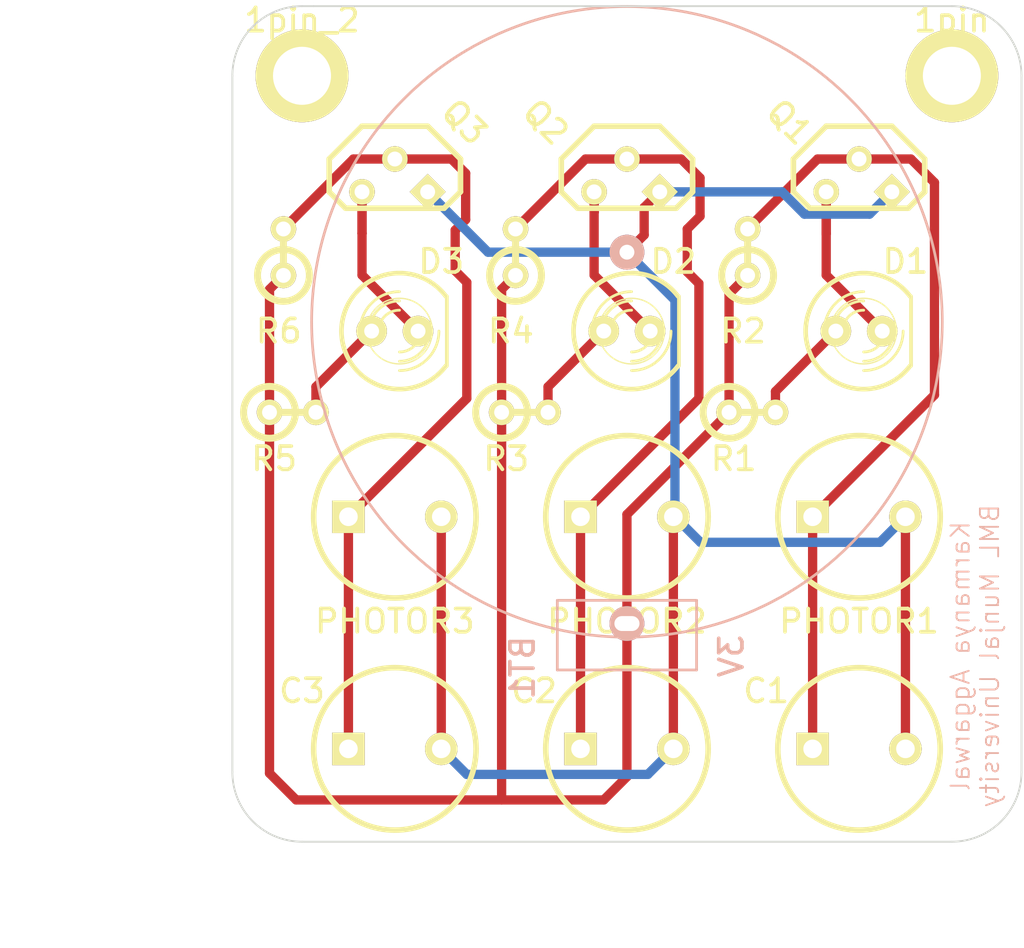
<source format=kicad_pcb>
(kicad_pcb (version 20171130) (host pcbnew "(5.1.12)-1")

  (general
    (thickness 1.6)
    (drawings 12)
    (tracks 90)
    (zones 0)
    (modules 21)
    (nets 12)
  )

  (page A3)
  (layers
    (0 F.Cu signal)
    (31 B.Cu signal)
    (32 B.Adhes user)
    (33 F.Adhes user)
    (34 B.Paste user)
    (35 F.Paste user)
    (36 B.SilkS user)
    (37 F.SilkS user)
    (38 B.Mask user)
    (39 F.Mask user)
    (40 Dwgs.User user)
    (41 Cmts.User user)
    (42 Eco1.User user)
    (43 Eco2.User user)
    (44 Edge.Cuts user)
  )

  (setup
    (last_trace_width 0.254)
    (trace_clearance 0.254)
    (zone_clearance 0.3)
    (zone_45_only no)
    (trace_min 0.254)
    (via_size 0.889)
    (via_drill 0.635)
    (via_min_size 0.889)
    (via_min_drill 0.508)
    (uvia_size 0.508)
    (uvia_drill 0.127)
    (uvias_allowed no)
    (uvia_min_size 0.508)
    (uvia_min_drill 0.127)
    (edge_width 0.1)
    (segment_width 0.2)
    (pcb_text_width 0.3)
    (pcb_text_size 1.5 1.5)
    (mod_edge_width 0.15)
    (mod_text_size 1.27 1.27)
    (mod_text_width 0.2032)
    (pad_size 5.08 5.08)
    (pad_drill 3.175)
    (pad_to_mask_clearance 0)
    (aux_axis_origin 0 0)
    (visible_elements 7FFFFFFF)
    (pcbplotparams
      (layerselection 0x00030_80000001)
      (usegerberextensions true)
      (usegerberattributes true)
      (usegerberadvancedattributes true)
      (creategerberjobfile true)
      (excludeedgelayer true)
      (linewidth 0.150000)
      (plotframeref false)
      (viasonmask false)
      (mode 1)
      (useauxorigin false)
      (hpglpennumber 1)
      (hpglpenspeed 20)
      (hpglpendiameter 15.000000)
      (psnegative false)
      (psa4output false)
      (plotreference true)
      (plotvalue true)
      (plotinvisibletext false)
      (padsonsilk false)
      (subtractmaskfromsilk false)
      (outputformat 1)
      (mirror false)
      (drillshape 1)
      (scaleselection 1)
      (outputdirectory ""))
  )

  (net 0 "")
  (net 1 3V)
  (net 2 GND)
  (net 3 N-000001)
  (net 4 N-0000010)
  (net 5 N-000002)
  (net 6 N-000003)
  (net 7 N-000004)
  (net 8 N-000005)
  (net 9 N-000006)
  (net 10 N-000007)
  (net 11 N-000009)

  (net_class Default "This is the default net class."
    (clearance 0.254)
    (trace_width 0.254)
    (via_dia 0.889)
    (via_drill 0.635)
    (uvia_dia 0.508)
    (uvia_drill 0.127)
  )

  (net_class 0.02 ""
    (clearance 0.254)
    (trace_width 0.508)
    (via_dia 0.889)
    (via_drill 0.635)
    (uvia_dia 0.508)
    (uvia_drill 0.127)
    (add_net 3V)
    (add_net GND)
    (add_net N-000001)
    (add_net N-0000010)
    (add_net N-000002)
    (add_net N-000003)
    (add_net N-000004)
    (add_net N-000005)
    (add_net N-000006)
    (add_net N-000007)
    (add_net N-000009)
  )

  (module Connect:1pin (layer F.Cu) (tedit 55D6C364) (tstamp 55D6DB50)
    (at 222.25 181.61)
    (descr "module 1 pin (ou trou mecanique de percage)")
    (tags DEV)
    (fp_text reference 1pin_2 (at 0 -3.048) (layer F.SilkS)
      (effects (font (size 1.27 1.27) (thickness 0.2032)))
    )
    (fp_text value VAL** (at 0 2.794) (layer F.SilkS) hide
      (effects (font (size 1.27 1.27) (thickness 0.2032)))
    )
    (fp_circle (center 0 0) (end 0 -2.286) (layer F.SilkS) (width 0.15))
    (pad 1 thru_hole circle (at 0 0) (size 5.08 5.08) (drill 3.175) (layers *.Cu *.Mask F.SilkS))
  )

  (module TO92-EBC-num (layer F.Cu) (tedit 55D6C509) (tstamp 55D60056)
    (at 252.73 187.96 315)
    (descr "Transistor TO92 brochage type BC237")
    (tags "TR TO92")
    (path /55D6A256)
    (fp_text reference Q1 (at -5.388154 0 315) (layer F.SilkS)
      (effects (font (size 1.27 1.27) (thickness 0.2032)))
    )
    (fp_text value PN2222A (at -0.508 -3.175 315) (layer F.SilkS) hide
      (effects (font (size 1.27 1.27) (thickness 0.2032)))
    )
    (fp_line (start -2.54 2.54) (end -1.27 2.54) (layer F.SilkS) (width 0.3048))
    (fp_line (start -3.81 1.27) (end -2.54 2.54) (layer F.SilkS) (width 0.3048))
    (fp_line (start -3.81 -1.27) (end -3.81 1.27) (layer F.SilkS) (width 0.3048))
    (fp_line (start -1.27 -3.81) (end -3.81 -1.27) (layer F.SilkS) (width 0.3048))
    (fp_line (start 1.27 -3.81) (end -1.27 -3.81) (layer F.SilkS) (width 0.3048))
    (fp_line (start 2.54 -2.54) (end 1.27 -3.81) (layer F.SilkS) (width 0.3048))
    (fp_line (start 2.54 -1.27) (end 2.54 -2.54) (layer F.SilkS) (width 0.3048))
    (fp_line (start -1.27 2.54) (end 2.54 -1.27) (layer F.SilkS) (width 0.3048))
    (pad 1 thru_hole rect (at 1.27 -1.27 315) (size 1.397 1.397) (drill 0.8128) (layers *.Cu *.Mask F.SilkS)
      (net 2 GND))
    (pad 2 thru_hole circle (at -1.27 -1.27 315) (size 1.397 1.397) (drill 0.8128) (layers *.Cu *.Mask F.SilkS)
      (net 3 N-000001))
    (pad 3 thru_hole circle (at -1.27 1.27 315) (size 1.397 1.397) (drill 0.8128) (layers *.Cu *.Mask F.SilkS)
      (net 5 N-000002))
    (model discret/to98.wrl
      (at (xyz 0 0 0))
      (scale (xyz 1 1 1))
      (rotate (xyz 0 0 0))
    )
  )

  (module TO92-EBC-num (layer F.Cu) (tedit 55D6C511) (tstamp 55D60065)
    (at 240.03 187.96 315)
    (descr "Transistor TO92 brochage type BC237")
    (tags "TR TO92")
    (path /55D6A272)
    (fp_text reference Q2 (at -5.837166 0.449013 315) (layer F.SilkS)
      (effects (font (size 1.27 1.27) (thickness 0.2032)))
    )
    (fp_text value PN2222A (at -0.508 -3.175 315) (layer F.SilkS) hide
      (effects (font (size 1.27 1.27) (thickness 0.2032)))
    )
    (fp_line (start -2.54 2.54) (end -1.27 2.54) (layer F.SilkS) (width 0.3048))
    (fp_line (start -3.81 1.27) (end -2.54 2.54) (layer F.SilkS) (width 0.3048))
    (fp_line (start -3.81 -1.27) (end -3.81 1.27) (layer F.SilkS) (width 0.3048))
    (fp_line (start -1.27 -3.81) (end -3.81 -1.27) (layer F.SilkS) (width 0.3048))
    (fp_line (start 1.27 -3.81) (end -1.27 -3.81) (layer F.SilkS) (width 0.3048))
    (fp_line (start 2.54 -2.54) (end 1.27 -3.81) (layer F.SilkS) (width 0.3048))
    (fp_line (start 2.54 -1.27) (end 2.54 -2.54) (layer F.SilkS) (width 0.3048))
    (fp_line (start -1.27 2.54) (end 2.54 -1.27) (layer F.SilkS) (width 0.3048))
    (pad 1 thru_hole rect (at 1.27 -1.27 315) (size 1.397 1.397) (drill 0.8128) (layers *.Cu *.Mask F.SilkS)
      (net 2 GND))
    (pad 2 thru_hole circle (at -1.27 -1.27 315) (size 1.397 1.397) (drill 0.8128) (layers *.Cu *.Mask F.SilkS)
      (net 11 N-000009))
    (pad 3 thru_hole circle (at -1.27 1.27 315) (size 1.397 1.397) (drill 0.8128) (layers *.Cu *.Mask F.SilkS)
      (net 7 N-000004))
    (model discret/to98.wrl
      (at (xyz 0 0 0))
      (scale (xyz 1 1 1))
      (rotate (xyz 0 0 0))
    )
  )

  (module TO92-EBC-num (layer F.Cu) (tedit 55D6C516) (tstamp 55D60074)
    (at 227.33 187.96 315)
    (descr "Transistor TO92 brochage type BC237")
    (tags "TR TO92")
    (path /55D5E943)
    (fp_text reference Q3 (at 0 -5.388154 315) (layer F.SilkS)
      (effects (font (size 1.27 1.27) (thickness 0.2032)))
    )
    (fp_text value PN2222A (at -0.508 -3.175 315) (layer F.SilkS) hide
      (effects (font (size 1.27 1.27) (thickness 0.2032)))
    )
    (fp_line (start -2.54 2.54) (end -1.27 2.54) (layer F.SilkS) (width 0.3048))
    (fp_line (start -3.81 1.27) (end -2.54 2.54) (layer F.SilkS) (width 0.3048))
    (fp_line (start -3.81 -1.27) (end -3.81 1.27) (layer F.SilkS) (width 0.3048))
    (fp_line (start -1.27 -3.81) (end -3.81 -1.27) (layer F.SilkS) (width 0.3048))
    (fp_line (start 1.27 -3.81) (end -1.27 -3.81) (layer F.SilkS) (width 0.3048))
    (fp_line (start 2.54 -2.54) (end 1.27 -3.81) (layer F.SilkS) (width 0.3048))
    (fp_line (start 2.54 -1.27) (end 2.54 -2.54) (layer F.SilkS) (width 0.3048))
    (fp_line (start -1.27 2.54) (end 2.54 -1.27) (layer F.SilkS) (width 0.3048))
    (pad 1 thru_hole rect (at 1.27 -1.27 315) (size 1.397 1.397) (drill 0.8128) (layers *.Cu *.Mask F.SilkS)
      (net 2 GND))
    (pad 2 thru_hole circle (at -1.27 -1.27 315) (size 1.397 1.397) (drill 0.8128) (layers *.Cu *.Mask F.SilkS)
      (net 9 N-000006))
    (pad 3 thru_hole circle (at -1.27 1.27 315) (size 1.397 1.397) (drill 0.8128) (layers *.Cu *.Mask F.SilkS)
      (net 8 N-000005))
    (model discret/to98.wrl
      (at (xyz 0 0 0))
      (scale (xyz 1 1 1))
      (rotate (xyz 0 0 0))
    )
  )

  (module R1 (layer F.Cu) (tedit 200000) (tstamp 55D6007C)
    (at 221.742 200.025)
    (descr "Resistance verticale")
    (tags R)
    (path /55D5B123)
    (autoplace_cost90 10)
    (autoplace_cost180 10)
    (fp_text reference R5 (at -1.016 2.54) (layer F.SilkS)
      (effects (font (size 1.27 1.27) (thickness 0.2032)))
    )
    (fp_text value 330 (at -1.143 2.54) (layer F.SilkS) hide
      (effects (font (size 1.27 1.27) (thickness 0.2032)))
    )
    (fp_circle (center -1.27 0) (end -0.635 1.27) (layer F.SilkS) (width 0.381))
    (fp_line (start -1.27 0) (end 1.27 0) (layer F.SilkS) (width 0.381))
    (pad 1 thru_hole circle (at -1.27 0) (size 1.397 1.397) (drill 0.8128) (layers *.Cu *.Mask F.SilkS)
      (net 1 3V))
    (pad 2 thru_hole circle (at 1.27 0) (size 1.397 1.397) (drill 0.8128) (layers *.Cu *.Mask F.SilkS)
      (net 10 N-000007))
    (model discret/verti_resistor.wrl
      (at (xyz 0 0 0))
      (scale (xyz 1 1 1))
      (rotate (xyz 0 0 0))
    )
  )

  (module R1 (layer F.Cu) (tedit 55D6C4F4) (tstamp 55D60084)
    (at 246.634 191.262 90)
    (descr "Resistance verticale")
    (tags R)
    (path /55D5B808)
    (autoplace_cost90 10)
    (autoplace_cost180 10)
    (fp_text reference R2 (at -4.318 -0.254 180) (layer F.SilkS)
      (effects (font (size 1.27 1.27) (thickness 0.2032)))
    )
    (fp_text value 100k (at -1.143 2.54 90) (layer F.SilkS) hide
      (effects (font (size 1.27 1.27) (thickness 0.2032)))
    )
    (fp_circle (center -1.27 0) (end -0.635 1.27) (layer F.SilkS) (width 0.381))
    (fp_line (start -1.27 0) (end 1.27 0) (layer F.SilkS) (width 0.381))
    (pad 1 thru_hole circle (at -1.27 0 90) (size 1.397 1.397) (drill 0.8128) (layers *.Cu *.Mask F.SilkS)
      (net 1 3V))
    (pad 2 thru_hole circle (at 1.27 0 90) (size 1.397 1.397) (drill 0.8128) (layers *.Cu *.Mask F.SilkS)
      (net 3 N-000001))
    (model discret/verti_resistor.wrl
      (at (xyz 0 0 0))
      (scale (xyz 1 1 1))
      (rotate (xyz 0 0 0))
    )
  )

  (module R1 (layer F.Cu) (tedit 200000) (tstamp 55D6008C)
    (at 246.888 200.025)
    (descr "Resistance verticale")
    (tags R)
    (path /55D5B802)
    (autoplace_cost90 10)
    (autoplace_cost180 10)
    (fp_text reference R1 (at -1.016 2.54) (layer F.SilkS)
      (effects (font (size 1.27 1.27) (thickness 0.2032)))
    )
    (fp_text value 330 (at -1.143 2.54) (layer F.SilkS) hide
      (effects (font (size 1.27 1.27) (thickness 0.2032)))
    )
    (fp_circle (center -1.27 0) (end -0.635 1.27) (layer F.SilkS) (width 0.381))
    (fp_line (start -1.27 0) (end 1.27 0) (layer F.SilkS) (width 0.381))
    (pad 1 thru_hole circle (at -1.27 0) (size 1.397 1.397) (drill 0.8128) (layers *.Cu *.Mask F.SilkS)
      (net 1 3V))
    (pad 2 thru_hole circle (at 1.27 0) (size 1.397 1.397) (drill 0.8128) (layers *.Cu *.Mask F.SilkS)
      (net 6 N-000003))
    (model discret/verti_resistor.wrl
      (at (xyz 0 0 0))
      (scale (xyz 1 1 1))
      (rotate (xyz 0 0 0))
    )
  )

  (module R1 (layer F.Cu) (tedit 55D6C4EF) (tstamp 55D60094)
    (at 233.934 191.262 90)
    (descr "Resistance verticale")
    (tags R)
    (path /55D5B7D7)
    (autoplace_cost90 10)
    (autoplace_cost180 10)
    (fp_text reference R4 (at -4.318 -0.254 180) (layer F.SilkS)
      (effects (font (size 1.27 1.27) (thickness 0.2032)))
    )
    (fp_text value 100k (at -1.143 2.54 90) (layer F.SilkS) hide
      (effects (font (size 1.27 1.27) (thickness 0.2032)))
    )
    (fp_circle (center -1.27 0) (end -0.635 1.27) (layer F.SilkS) (width 0.381))
    (fp_line (start -1.27 0) (end 1.27 0) (layer F.SilkS) (width 0.381))
    (pad 1 thru_hole circle (at -1.27 0 90) (size 1.397 1.397) (drill 0.8128) (layers *.Cu *.Mask F.SilkS)
      (net 1 3V))
    (pad 2 thru_hole circle (at 1.27 0 90) (size 1.397 1.397) (drill 0.8128) (layers *.Cu *.Mask F.SilkS)
      (net 11 N-000009))
    (model discret/verti_resistor.wrl
      (at (xyz 0 0 0))
      (scale (xyz 1 1 1))
      (rotate (xyz 0 0 0))
    )
  )

  (module R1 (layer F.Cu) (tedit 200000) (tstamp 55D6009C)
    (at 234.442 200.025)
    (descr "Resistance verticale")
    (tags R)
    (path /55D5B7D1)
    (autoplace_cost90 10)
    (autoplace_cost180 10)
    (fp_text reference R3 (at -1.016 2.54) (layer F.SilkS)
      (effects (font (size 1.27 1.27) (thickness 0.2032)))
    )
    (fp_text value 330 (at -1.143 2.54) (layer F.SilkS) hide
      (effects (font (size 1.27 1.27) (thickness 0.2032)))
    )
    (fp_circle (center -1.27 0) (end -0.635 1.27) (layer F.SilkS) (width 0.381))
    (fp_line (start -1.27 0) (end 1.27 0) (layer F.SilkS) (width 0.381))
    (pad 1 thru_hole circle (at -1.27 0) (size 1.397 1.397) (drill 0.8128) (layers *.Cu *.Mask F.SilkS)
      (net 1 3V))
    (pad 2 thru_hole circle (at 1.27 0) (size 1.397 1.397) (drill 0.8128) (layers *.Cu *.Mask F.SilkS)
      (net 4 N-0000010))
    (model discret/verti_resistor.wrl
      (at (xyz 0 0 0))
      (scale (xyz 1 1 1))
      (rotate (xyz 0 0 0))
    )
  )

  (module R1 (layer F.Cu) (tedit 55D6C4EB) (tstamp 55D600A4)
    (at 221.234 191.262 90)
    (descr "Resistance verticale")
    (tags R)
    (path /55D5B132)
    (autoplace_cost90 10)
    (autoplace_cost180 10)
    (fp_text reference R6 (at -4.318 -0.254 180) (layer F.SilkS)
      (effects (font (size 1.27 1.27) (thickness 0.2032)))
    )
    (fp_text value 100k (at -1.143 2.54 90) (layer F.SilkS) hide
      (effects (font (size 1.27 1.27) (thickness 0.2032)))
    )
    (fp_circle (center -1.27 0) (end -0.635 1.27) (layer F.SilkS) (width 0.381))
    (fp_line (start -1.27 0) (end 1.27 0) (layer F.SilkS) (width 0.381))
    (pad 1 thru_hole circle (at -1.27 0 90) (size 1.397 1.397) (drill 0.8128) (layers *.Cu *.Mask F.SilkS)
      (net 1 3V))
    (pad 2 thru_hole circle (at 1.27 0 90) (size 1.397 1.397) (drill 0.8128) (layers *.Cu *.Mask F.SilkS)
      (net 9 N-000006))
    (model discret/verti_resistor.wrl
      (at (xyz 0 0 0))
      (scale (xyz 1 1 1))
      (rotate (xyz 0 0 0))
    )
  )

  (module LED-5MM (layer F.Cu) (tedit 55D6C503) (tstamp 55D600B3)
    (at 240.03 195.58)
    (descr "LED 5mm - Lead pitch 100mil (2,54mm)")
    (tags "LED led 5mm 5MM 100mil 2,54mm")
    (path /55D5B7CB)
    (fp_text reference D2 (at 2.54 -3.81) (layer F.SilkS)
      (effects (font (size 1.27 1.27) (thickness 0.2032)))
    )
    (fp_text value LED (at 0 3.81) (layer F.SilkS) hide
      (effects (font (size 1.27 1.27) (thickness 0.2032)))
    )
    (fp_circle (center 0.254 0) (end -1.016 1.27) (layer F.SilkS) (width 0.0762))
    (fp_line (start 2.8448 1.905) (end 2.8448 -1.905) (layer F.SilkS) (width 0.2032))
    (fp_arc (start 0.254 0) (end 2.794 1.905) (angle 286.2) (layer F.SilkS) (width 0.254))
    (fp_arc (start 0.254 0) (end -0.889 0) (angle 90) (layer F.SilkS) (width 0.1524))
    (fp_arc (start 0.254 0) (end 1.397 0) (angle 90) (layer F.SilkS) (width 0.1524))
    (fp_arc (start 0.254 0) (end -1.397 0) (angle 90) (layer F.SilkS) (width 0.1524))
    (fp_arc (start 0.254 0) (end 1.905 0) (angle 90) (layer F.SilkS) (width 0.1524))
    (fp_arc (start 0.254 0) (end -1.905 0) (angle 90) (layer F.SilkS) (width 0.1524))
    (fp_arc (start 0.254 0) (end 2.413 0) (angle 90) (layer F.SilkS) (width 0.1524))
    (pad 1 thru_hole circle (at -1.27 0) (size 1.6764 1.6764) (drill 0.8128) (layers *.Cu *.Mask F.SilkS)
      (net 4 N-0000010))
    (pad 2 thru_hole circle (at 1.27 0) (size 1.6764 1.6764) (drill 0.8128) (layers *.Cu *.Mask F.SilkS)
      (net 7 N-000004))
    (model discret/leds/led5_vertical_verde.wrl
      (at (xyz 0 0 0))
      (scale (xyz 1 1 1))
      (rotate (xyz 0 0 0))
    )
  )

  (module LED-5MM (layer F.Cu) (tedit 55D6C506) (tstamp 55D600C2)
    (at 252.73 195.58)
    (descr "LED 5mm - Lead pitch 100mil (2,54mm)")
    (tags "LED led 5mm 5MM 100mil 2,54mm")
    (path /55D5B7FC)
    (fp_text reference D1 (at 2.54 -3.81) (layer F.SilkS)
      (effects (font (size 1.27 1.27) (thickness 0.2032)))
    )
    (fp_text value LED (at 0 3.81) (layer F.SilkS) hide
      (effects (font (size 1.27 1.27) (thickness 0.2032)))
    )
    (fp_circle (center 0.254 0) (end -1.016 1.27) (layer F.SilkS) (width 0.0762))
    (fp_line (start 2.8448 1.905) (end 2.8448 -1.905) (layer F.SilkS) (width 0.2032))
    (fp_arc (start 0.254 0) (end 2.794 1.905) (angle 286.2) (layer F.SilkS) (width 0.254))
    (fp_arc (start 0.254 0) (end -0.889 0) (angle 90) (layer F.SilkS) (width 0.1524))
    (fp_arc (start 0.254 0) (end 1.397 0) (angle 90) (layer F.SilkS) (width 0.1524))
    (fp_arc (start 0.254 0) (end -1.397 0) (angle 90) (layer F.SilkS) (width 0.1524))
    (fp_arc (start 0.254 0) (end 1.905 0) (angle 90) (layer F.SilkS) (width 0.1524))
    (fp_arc (start 0.254 0) (end -1.905 0) (angle 90) (layer F.SilkS) (width 0.1524))
    (fp_arc (start 0.254 0) (end 2.413 0) (angle 90) (layer F.SilkS) (width 0.1524))
    (pad 1 thru_hole circle (at -1.27 0) (size 1.6764 1.6764) (drill 0.8128) (layers *.Cu *.Mask F.SilkS)
      (net 6 N-000003))
    (pad 2 thru_hole circle (at 1.27 0) (size 1.6764 1.6764) (drill 0.8128) (layers *.Cu *.Mask F.SilkS)
      (net 5 N-000002))
    (model discret/leds/led5_vertical_verde.wrl
      (at (xyz 0 0 0))
      (scale (xyz 1 1 1))
      (rotate (xyz 0 0 0))
    )
  )

  (module LED-5MM (layer F.Cu) (tedit 55D6C4FA) (tstamp 55D600D1)
    (at 227.33 195.58)
    (descr "LED 5mm - Lead pitch 100mil (2,54mm)")
    (tags "LED led 5mm 5MM 100mil 2,54mm")
    (path /55D5B114)
    (fp_text reference D3 (at 2.54 -3.81) (layer F.SilkS)
      (effects (font (size 1.27 1.27) (thickness 0.2032)))
    )
    (fp_text value LED (at 0 3.81) (layer F.SilkS) hide
      (effects (font (size 1.27 1.27) (thickness 0.2032)))
    )
    (fp_circle (center 0.254 0) (end -1.016 1.27) (layer F.SilkS) (width 0.0762))
    (fp_line (start 2.8448 1.905) (end 2.8448 -1.905) (layer F.SilkS) (width 0.2032))
    (fp_arc (start 0.254 0) (end 2.794 1.905) (angle 286.2) (layer F.SilkS) (width 0.254))
    (fp_arc (start 0.254 0) (end -0.889 0) (angle 90) (layer F.SilkS) (width 0.1524))
    (fp_arc (start 0.254 0) (end 1.397 0) (angle 90) (layer F.SilkS) (width 0.1524))
    (fp_arc (start 0.254 0) (end -1.397 0) (angle 90) (layer F.SilkS) (width 0.1524))
    (fp_arc (start 0.254 0) (end 1.905 0) (angle 90) (layer F.SilkS) (width 0.1524))
    (fp_arc (start 0.254 0) (end -1.905 0) (angle 90) (layer F.SilkS) (width 0.1524))
    (fp_arc (start 0.254 0) (end 2.413 0) (angle 90) (layer F.SilkS) (width 0.1524))
    (pad 1 thru_hole circle (at -1.27 0) (size 1.6764 1.6764) (drill 0.8128) (layers *.Cu *.Mask F.SilkS)
      (net 10 N-000007))
    (pad 2 thru_hole circle (at 1.27 0) (size 1.6764 1.6764) (drill 0.8128) (layers *.Cu *.Mask F.SilkS)
      (net 8 N-000005))
    (model discret/leds/led5_vertical_verde.wrl
      (at (xyz 0 0 0))
      (scale (xyz 1 1 1))
      (rotate (xyz 0 0 0))
    )
  )

  (module C2V8 (layer F.Cu) (tedit 55D6C4D7) (tstamp 55D600D8)
    (at 240.03 218.44)
    (descr "Condensateur polarise")
    (tags CP)
    (path /55D5B7DD)
    (fp_text reference C2 (at -5.08 -3.175) (layer F.SilkS)
      (effects (font (size 1.27 1.27) (thickness 0.2032)))
    )
    (fp_text value 22uF (at 0 -2.54) (layer F.SilkS) hide
      (effects (font (size 1.27 1.27) (thickness 0.2032)))
    )
    (fp_circle (center 0 0) (end -4.445 0) (layer F.SilkS) (width 0.3048))
    (pad 1 thru_hole rect (at -2.54 0) (size 1.778 1.778) (drill 1.016) (layers *.Cu *.Mask F.SilkS)
      (net 11 N-000009))
    (pad 2 thru_hole circle (at 2.54 0) (size 1.778 1.778) (drill 1.016) (layers *.Cu *.Mask F.SilkS)
      (net 2 GND))
    (model discret/c_vert_c2v10.wrl
      (at (xyz 0 0 0))
      (scale (xyz 1 1 1))
      (rotate (xyz 0 0 0))
    )
  )

  (module C2V8 (layer F.Cu) (tedit 55D6C558) (tstamp 55D600DF)
    (at 240.03 205.74)
    (descr "Condensateur polarise")
    (tags CP)
    (path /55D5B7E8)
    (fp_text reference PHOTOR2 (at 0 5.715) (layer F.SilkS)
      (effects (font (size 1.27 1.27) (thickness 0.2032)))
    )
    (fp_text value PHOTOR (at 0 -2.54) (layer F.SilkS) hide
      (effects (font (size 1.27 1.27) (thickness 0.2032)))
    )
    (fp_circle (center 0 0) (end -4.445 0) (layer F.SilkS) (width 0.3048))
    (pad 1 thru_hole rect (at -2.54 0) (size 1.778 1.778) (drill 1.016) (layers *.Cu *.Mask F.SilkS)
      (net 11 N-000009))
    (pad 2 thru_hole circle (at 2.54 0) (size 1.778 1.778) (drill 1.016) (layers *.Cu *.Mask F.SilkS)
      (net 2 GND))
    (model discret/c_vert_c2v10.wrl
      (at (xyz 0 0 0))
      (scale (xyz 1 1 1))
      (rotate (xyz 0 0 0))
    )
  )

  (module C2V8 (layer F.Cu) (tedit 55D6C54D) (tstamp 55D600E6)
    (at 227.33 205.74)
    (descr "Condensateur polarise")
    (tags CP)
    (path /55D5B709)
    (fp_text reference PHOTOR3 (at 0 5.715) (layer F.SilkS)
      (effects (font (size 1.27 1.27) (thickness 0.2032)))
    )
    (fp_text value PHOTOR (at 0 -2.54) (layer F.SilkS) hide
      (effects (font (size 1.27 1.27) (thickness 0.2032)))
    )
    (fp_circle (center 0 0) (end -4.445 0) (layer F.SilkS) (width 0.3048))
    (pad 1 thru_hole rect (at -2.54 0) (size 1.778 1.778) (drill 1.016) (layers *.Cu *.Mask F.SilkS)
      (net 9 N-000006))
    (pad 2 thru_hole circle (at 2.54 0) (size 1.778 1.778) (drill 1.016) (layers *.Cu *.Mask F.SilkS)
      (net 2 GND))
    (model discret/c_vert_c2v10.wrl
      (at (xyz 0 0 0))
      (scale (xyz 1 1 1))
      (rotate (xyz 0 0 0))
    )
  )

  (module C2V8 (layer F.Cu) (tedit 55D6C4E0) (tstamp 55D600ED)
    (at 252.73 218.44)
    (descr "Condensateur polarise")
    (tags CP)
    (path /55D5B80E)
    (fp_text reference C1 (at -5.08 -3.175) (layer F.SilkS)
      (effects (font (size 1.27 1.27) (thickness 0.2032)))
    )
    (fp_text value 22uF (at 0 -2.54) (layer F.SilkS) hide
      (effects (font (size 1.27 1.27) (thickness 0.2032)))
    )
    (fp_circle (center 0 0) (end -4.445 0) (layer F.SilkS) (width 0.3048))
    (pad 1 thru_hole rect (at -2.54 0) (size 1.778 1.778) (drill 1.016) (layers *.Cu *.Mask F.SilkS)
      (net 3 N-000001))
    (pad 2 thru_hole circle (at 2.54 0) (size 1.778 1.778) (drill 1.016) (layers *.Cu *.Mask F.SilkS)
      (net 2 GND))
    (model discret/c_vert_c2v10.wrl
      (at (xyz 0 0 0))
      (scale (xyz 1 1 1))
      (rotate (xyz 0 0 0))
    )
  )

  (module C2V8 (layer F.Cu) (tedit 55D6C550) (tstamp 55D600F4)
    (at 252.73 205.74)
    (descr "Condensateur polarise")
    (tags CP)
    (path /55D5B819)
    (fp_text reference PHOTOR1 (at 0 5.715) (layer F.SilkS)
      (effects (font (size 1.27 1.27) (thickness 0.2032)))
    )
    (fp_text value PHOTOR (at 0 -2.54) (layer F.SilkS) hide
      (effects (font (size 1.27 1.27) (thickness 0.2032)))
    )
    (fp_circle (center 0 0) (end -4.445 0) (layer F.SilkS) (width 0.3048))
    (pad 1 thru_hole rect (at -2.54 0) (size 1.778 1.778) (drill 1.016) (layers *.Cu *.Mask F.SilkS)
      (net 3 N-000001))
    (pad 2 thru_hole circle (at 2.54 0) (size 1.778 1.778) (drill 1.016) (layers *.Cu *.Mask F.SilkS)
      (net 2 GND))
    (model discret/c_vert_c2v10.wrl
      (at (xyz 0 0 0))
      (scale (xyz 1 1 1))
      (rotate (xyz 0 0 0))
    )
  )

  (module C2V8 (layer F.Cu) (tedit 55D6C4DC) (tstamp 55D600FB)
    (at 227.33 218.44)
    (descr "Condensateur polarise")
    (tags CP)
    (path /55D5B141)
    (fp_text reference C3 (at -5.08 -3.175) (layer F.SilkS)
      (effects (font (size 1.27 1.27) (thickness 0.2032)))
    )
    (fp_text value 22uF (at 0 -2.54) (layer F.SilkS) hide
      (effects (font (size 1.27 1.27) (thickness 0.2032)))
    )
    (fp_circle (center 0 0) (end -4.445 0) (layer F.SilkS) (width 0.3048))
    (pad 1 thru_hole rect (at -2.54 0) (size 1.778 1.778) (drill 1.016) (layers *.Cu *.Mask F.SilkS)
      (net 9 N-000006))
    (pad 2 thru_hole circle (at 2.54 0) (size 1.778 1.778) (drill 1.016) (layers *.Cu *.Mask F.SilkS)
      (net 2 GND))
    (model discret/c_vert_c2v10.wrl
      (at (xyz 0 0 0))
      (scale (xyz 1 1 1))
      (rotate (xyz 0 0 0))
    )
  )

  (module BS-7-CR2032-2 (layer B.Cu) (tedit 55D6C5C2) (tstamp 55D60107)
    (at 240.03 195.072 270)
    (path /55D5B338)
    (fp_text reference BT1 (at 18.923 5.715 270) (layer B.SilkS)
      (effects (font (size 1.27 1.27) (thickness 0.2032)) (justify mirror))
    )
    (fp_text value 3V (at 18.288 -5.715 270) (layer B.SilkS)
      (effects (font (size 1.27 1.27) (thickness 0.2032)) (justify mirror))
    )
    (fp_circle (center 0 0) (end 12.2 -12.2) (layer B.SilkS) (width 0.15))
    (fp_line (start 15.24 3.81) (end 16.51 3.81) (layer B.SilkS) (width 0.15))
    (fp_line (start 15.24 -3.81) (end 15.24 3.81) (layer B.SilkS) (width 0.15))
    (fp_line (start 19.05 -3.81) (end 15.24 -3.81) (layer B.SilkS) (width 0.15))
    (fp_line (start 19.05 3.81) (end 19.05 -3.81) (layer B.SilkS) (width 0.15))
    (fp_line (start 16.51 3.81) (end 19.05 3.81) (layer B.SilkS) (width 0.15))
    (pad 2 thru_hole circle (at -3.81 0 270) (size 1.905 1.905) (drill 0.8128) (layers *.Cu *.Mask B.SilkS)
      (net 2 GND))
    (pad 1 thru_hole circle (at 16.51 0 270) (size 1.905 1.905) (drill oval 0.8128 1.3716) (layers *.Cu *.Mask B.SilkS)
      (net 1 3V))
  )

  (module Connect:1pin (layer F.Cu) (tedit 55D6C364) (tstamp 55D6DB3E)
    (at 257.81 181.61)
    (descr "module 1 pin (ou trou mecanique de percage)")
    (tags DEV)
    (fp_text reference 1pin (at 0 -3.048) (layer F.SilkS)
      (effects (font (size 1.27 1.27) (thickness 0.2032)))
    )
    (fp_text value VAL** (at 0 2.794) (layer F.SilkS) hide
      (effects (font (size 1.27 1.27) (thickness 0.2032)))
    )
    (fp_circle (center 0 0) (end 0 -2.286) (layer F.SilkS) (width 0.15))
    (pad 1 thru_hole circle (at 0 0) (size 5.08 5.08) (drill 3.175) (layers *.Cu *.Mask F.SilkS))
  )

  (dimension 43.18 (width 0.3) (layer Dwgs.User)
    (gr_text "1.7000 in" (at 240.03 229.949999) (layer Dwgs.User)
      (effects (font (size 1.5 1.5) (thickness 0.3)))
    )
    (feature1 (pts (xy 261.62 225.425) (xy 261.62 231.299999)))
    (feature2 (pts (xy 218.44 225.425) (xy 218.44 231.299999)))
    (crossbar (pts (xy 218.44 228.599999) (xy 261.62 228.599999)))
    (arrow1a (pts (xy 261.62 228.599999) (xy 260.493496 229.18642)))
    (arrow1b (pts (xy 261.62 228.599999) (xy 260.493496 228.013578)))
    (arrow2a (pts (xy 218.44 228.599999) (xy 219.566504 229.18642)))
    (arrow2b (pts (xy 218.44 228.599999) (xy 219.566504 228.013578)))
  )
  (dimension 45.72 (width 0.3) (layer Dwgs.User)
    (gr_text "1.8000 in" (at 212.010001 200.66 270) (layer Dwgs.User)
      (effects (font (size 1.5 1.5) (thickness 0.3)))
    )
    (feature1 (pts (xy 216.535 223.52) (xy 210.660001 223.52)))
    (feature2 (pts (xy 216.535 177.8) (xy 210.660001 177.8)))
    (crossbar (pts (xy 213.360001 177.8) (xy 213.360001 223.52)))
    (arrow1a (pts (xy 213.360001 223.52) (xy 212.77358 222.393496)))
    (arrow1b (pts (xy 213.360001 223.52) (xy 213.946422 222.393496)))
    (arrow2a (pts (xy 213.360001 177.8) (xy 212.77358 178.926504)))
    (arrow2b (pts (xy 213.360001 177.8) (xy 213.946422 178.926504)))
  )
  (gr_arc (start 257.81 181.61) (end 257.81 177.8) (angle 90) (layer Edge.Cuts) (width 0.1))
  (gr_arc (start 222.25 181.61) (end 218.44 181.61) (angle 90) (layer Edge.Cuts) (width 0.1))
  (gr_arc (start 222.25 219.71) (end 222.25 223.52) (angle 90) (layer Edge.Cuts) (width 0.1))
  (gr_arc (start 257.81 219.71) (end 261.62 219.71) (angle 90) (layer Edge.Cuts) (width 0.1))
  (gr_line (start 261.62 219.71) (end 261.62 181.61) (angle 90) (layer Edge.Cuts) (width 0.1))
  (gr_line (start 222.25 223.52) (end 257.81 223.52) (angle 90) (layer Edge.Cuts) (width 0.1))
  (gr_line (start 218.44 181.61) (end 218.44 219.71) (angle 90) (layer Edge.Cuts) (width 0.1))
  (gr_line (start 222.885 177.8) (end 222.25 177.8) (angle 90) (layer Edge.Cuts) (width 0.1))
  (gr_line (start 257.81 177.8) (end 222.885 177.8) (angle 90) (layer Edge.Cuts) (width 0.1))
  (gr_text "Karmanya Aggarwal\nBML Munjal University" (at 259.08 213.36 90) (layer B.SilkS)
    (effects (font (size 1 1) (thickness 0.1)) (justify mirror))
  )

  (segment (start 240.03 211.582) (end 240.03 205.613) (width 0.508) (layer F.Cu) (net 1))
  (segment (start 240.03 205.613) (end 245.618 200.025) (width 0.508) (layer F.Cu) (net 1))
  (segment (start 233.172 221.234) (end 238.76 221.234) (width 0.508) (layer F.Cu) (net 1))
  (segment (start 238.76 221.234) (end 240.03 219.964) (width 0.508) (layer F.Cu) (net 1))
  (segment (start 240.03 219.964) (end 240.03 211.582) (width 0.508) (layer F.Cu) (net 1))
  (segment (start 220.472 200.025) (end 220.472 219.774) (width 0.508) (layer F.Cu) (net 1))
  (segment (start 220.472 219.774) (end 221.932 221.234) (width 0.508) (layer F.Cu) (net 1))
  (segment (start 221.932 221.234) (end 233.172 221.234) (width 0.508) (layer F.Cu) (net 1))
  (segment (start 233.172 200.025) (end 233.172 221.234) (width 0.508) (layer F.Cu) (net 1))
  (segment (start 220.472 200.025) (end 220.472 193.294) (width 0.508) (layer F.Cu) (net 1))
  (segment (start 220.472 193.294) (end 221.234 192.532) (width 0.508) (layer F.Cu) (net 1))
  (segment (start 233.172 200.025) (end 233.172 193.294) (width 0.508) (layer F.Cu) (net 1))
  (segment (start 233.172 193.294) (end 233.934 192.532) (width 0.508) (layer F.Cu) (net 1))
  (segment (start 245.618 200.025) (end 245.618 193.548) (width 0.508) (layer F.Cu) (net 1))
  (segment (start 245.618 193.548) (end 246.634 192.532) (width 0.508) (layer F.Cu) (net 1))
  (segment (start 241.8261 187.96) (end 248.5197 187.96) (width 0.508) (layer B.Cu) (net 2))
  (segment (start 248.5197 187.96) (end 249.7398 189.1801) (width 0.508) (layer B.Cu) (net 2))
  (segment (start 249.7398 189.1801) (end 253.306 189.1801) (width 0.508) (layer B.Cu) (net 2))
  (segment (start 253.306 189.1801) (end 254.5261 187.96) (width 0.508) (layer B.Cu) (net 2))
  (segment (start 229.1261 187.96) (end 232.4281 191.262) (width 0.508) (layer B.Cu) (net 2))
  (segment (start 232.4281 191.262) (end 240.03 191.262) (width 0.508) (layer B.Cu) (net 2))
  (segment (start 242.6573 205.74) (end 242.57 205.74) (width 0.508) (layer B.Cu) (net 2))
  (segment (start 255.27 205.74) (end 253.8728 207.1372) (width 0.508) (layer B.Cu) (net 2))
  (segment (start 253.8728 207.1372) (end 244.0545 207.1372) (width 0.508) (layer B.Cu) (net 2))
  (segment (start 244.0545 207.1372) (end 242.6573 205.74) (width 0.508) (layer B.Cu) (net 2))
  (segment (start 242.6573 205.74) (end 242.6573 193.8893) (width 0.508) (layer B.Cu) (net 2))
  (segment (start 242.6573 193.8893) (end 240.03 191.262) (width 0.508) (layer B.Cu) (net 2))
  (segment (start 242.57 205.74) (end 242.57 218.44) (width 0.508) (layer F.Cu) (net 2))
  (segment (start 229.87 218.44) (end 231.2672 219.8372) (width 0.508) (layer B.Cu) (net 2))
  (segment (start 231.2672 219.8372) (end 241.1728 219.8372) (width 0.508) (layer B.Cu) (net 2))
  (segment (start 241.1728 219.8372) (end 242.57 218.44) (width 0.508) (layer B.Cu) (net 2))
  (segment (start 255.27 205.74) (end 255.27 218.44) (width 0.508) (layer F.Cu) (net 2))
  (segment (start 229.87 218.44) (end 229.87 205.74) (width 0.508) (layer F.Cu) (net 2))
  (segment (start 241.8261 187.96) (end 240.9729 188.8132) (width 0.508) (layer F.Cu) (net 2))
  (segment (start 240.03 191.262) (end 240.9729 190.3191) (width 0.508) (layer F.Cu) (net 2))
  (segment (start 240.9729 190.3191) (end 240.9729 188.8133) (width 0.508) (layer F.Cu) (net 2))
  (segment (start 240.9729 188.8133) (end 240.9729 188.8132) (width 0.508) (layer F.Cu) (net 2))
  (segment (start 252.7301 186.164) (end 252.73 186.1639) (width 0.508) (layer F.Cu) (net 3))
  (segment (start 252.7301 186.164) (end 255.569 186.164) (width 0.508) (layer F.Cu) (net 3))
  (segment (start 255.569 186.164) (end 256.858 187.452) (width 0.508) (layer F.Cu) (net 3))
  (segment (start 256.858 187.452) (end 256.858 199.072) (width 0.508) (layer F.Cu) (net 3))
  (segment (start 256.858 199.072) (end 250.19 205.74) (width 0.508) (layer F.Cu) (net 3))
  (segment (start 246.634 189.992) (end 250.462 186.164) (width 0.508) (layer F.Cu) (net 3))
  (segment (start 250.462 186.164) (end 252.7301 186.164) (width 0.508) (layer F.Cu) (net 3))
  (segment (start 250.19 218.44) (end 250.19 205.74) (width 0.508) (layer F.Cu) (net 3))
  (segment (start 235.712 200.025) (end 235.712 198.628) (width 0.508) (layer F.Cu) (net 4))
  (segment (start 235.712 198.628) (end 238.76 195.58) (width 0.508) (layer F.Cu) (net 4))
  (segment (start 250.934 190.237) (end 250.9339 190.2369) (width 0.508) (layer F.Cu) (net 5))
  (segment (start 250.9339 190.2369) (end 250.9339 187.96) (width 0.508) (layer F.Cu) (net 5))
  (segment (start 250.934 190.237) (end 250.934 192.514) (width 0.508) (layer F.Cu) (net 5))
  (segment (start 250.934 192.514) (end 254 195.58) (width 0.508) (layer F.Cu) (net 5))
  (segment (start 250.934 187.96) (end 250.934 190.237) (width 0.508) (layer F.Cu) (net 5))
  (segment (start 248.158 200.025) (end 248.158 198.882) (width 0.508) (layer F.Cu) (net 6))
  (segment (start 248.158 198.882) (end 251.46 195.58) (width 0.508) (layer F.Cu) (net 6))
  (segment (start 238.234 189.0712) (end 238.2339 189.0711) (width 0.508) (layer F.Cu) (net 7))
  (segment (start 238.2339 189.0711) (end 238.2339 187.96) (width 0.508) (layer F.Cu) (net 7))
  (segment (start 238.234 189.0712) (end 238.234 192.514) (width 0.508) (layer F.Cu) (net 7))
  (segment (start 238.234 192.514) (end 241.3 195.58) (width 0.508) (layer F.Cu) (net 7))
  (segment (start 238.234 187.96) (end 238.234 189.0712) (width 0.508) (layer F.Cu) (net 7))
  (segment (start 225.534 190.237) (end 225.5339 190.2369) (width 0.508) (layer F.Cu) (net 8))
  (segment (start 225.5339 190.2369) (end 225.5339 187.96) (width 0.508) (layer F.Cu) (net 8))
  (segment (start 225.534 190.237) (end 225.534 192.514) (width 0.508) (layer F.Cu) (net 8))
  (segment (start 225.534 192.514) (end 228.6 195.58) (width 0.508) (layer F.Cu) (net 8))
  (segment (start 225.534 187.96) (end 225.534 190.237) (width 0.508) (layer F.Cu) (net 8))
  (segment (start 227.3301 186.164) (end 227.33 186.1639) (width 0.508) (layer F.Cu) (net 9))
  (segment (start 227.3301 186.164) (end 230.423 186.164) (width 0.508) (layer F.Cu) (net 9))
  (segment (start 230.423 186.164) (end 231.204 186.944) (width 0.508) (layer F.Cu) (net 9))
  (segment (start 231.204 186.944) (end 231.204 189.484) (width 0.508) (layer F.Cu) (net 9))
  (segment (start 231.204 189.484) (end 230.632 190.056) (width 0.508) (layer F.Cu) (net 9))
  (segment (start 230.632 190.056) (end 230.632 192.278) (width 0.508) (layer F.Cu) (net 9))
  (segment (start 230.632 192.278) (end 231.267 192.913) (width 0.508) (layer F.Cu) (net 9))
  (segment (start 231.267 192.913) (end 231.267 199.263) (width 0.508) (layer F.Cu) (net 9))
  (segment (start 231.267 199.263) (end 224.79 205.74) (width 0.508) (layer F.Cu) (net 9))
  (segment (start 221.234 189.992) (end 225.062 186.164) (width 0.508) (layer F.Cu) (net 9))
  (segment (start 225.062 186.164) (end 227.3301 186.164) (width 0.508) (layer F.Cu) (net 9))
  (segment (start 224.79 218.44) (end 224.79 205.74) (width 0.508) (layer F.Cu) (net 9))
  (segment (start 223.012 200.025) (end 223.012 198.628) (width 0.508) (layer F.Cu) (net 10))
  (segment (start 223.012 198.628) (end 226.06 195.58) (width 0.508) (layer F.Cu) (net 10))
  (segment (start 240.0301 186.164) (end 240.03 186.1639) (width 0.508) (layer F.Cu) (net 11))
  (segment (start 240.0301 186.164) (end 242.996 186.164) (width 0.508) (layer F.Cu) (net 11))
  (segment (start 242.996 186.164) (end 244.03 187.198) (width 0.508) (layer F.Cu) (net 11))
  (segment (start 244.03 187.198) (end 244.03 189.294) (width 0.508) (layer F.Cu) (net 11))
  (segment (start 244.03 189.294) (end 243.332 189.992) (width 0.508) (layer F.Cu) (net 11))
  (segment (start 243.332 189.992) (end 243.332 192.342) (width 0.508) (layer F.Cu) (net 11))
  (segment (start 243.332 192.342) (end 243.967 192.976) (width 0.508) (layer F.Cu) (net 11))
  (segment (start 243.967 192.976) (end 243.967 199.263) (width 0.508) (layer F.Cu) (net 11))
  (segment (start 243.967 199.263) (end 237.49 205.74) (width 0.508) (layer F.Cu) (net 11))
  (segment (start 233.934 189.992) (end 237.762 186.164) (width 0.508) (layer F.Cu) (net 11))
  (segment (start 237.762 186.164) (end 240.0301 186.164) (width 0.508) (layer F.Cu) (net 11))
  (segment (start 237.49 218.44) (end 237.49 205.74) (width 0.508) (layer F.Cu) (net 11))

)

</source>
